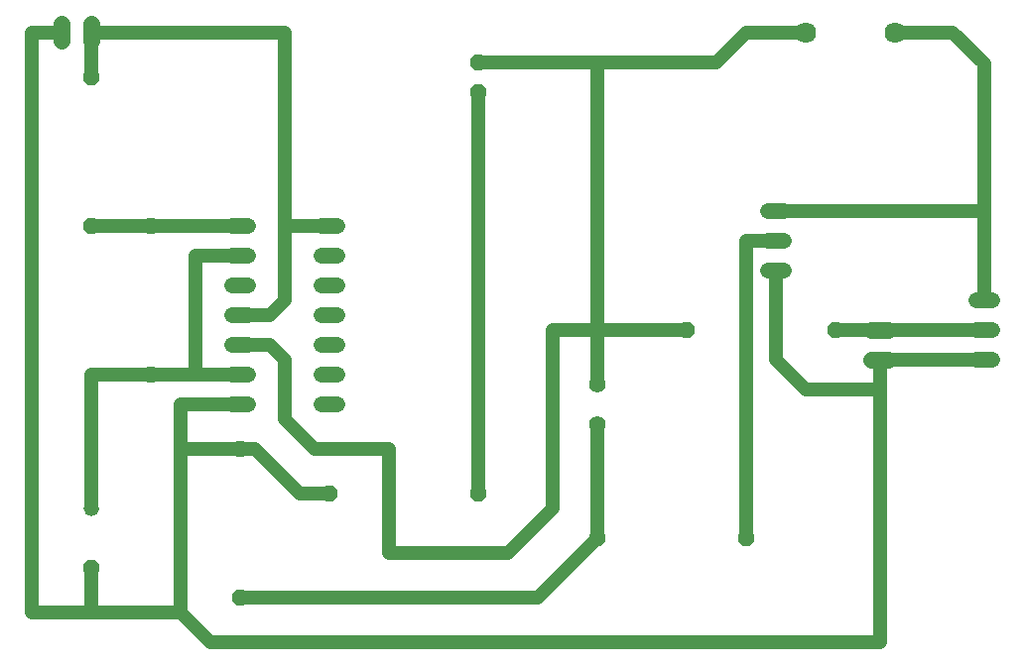
<source format=gbr>
G04 EAGLE Gerber RS-274X export*
G75*
%MOMM*%
%FSLAX34Y34*%
%LPD*%
%AMOC8*
5,1,8,0,0,1.08239X$1,22.5*%
G01*
%ADD10P,1.429621X8X292.500000*%
%ADD11C,1.320800*%
%ADD12C,1.422400*%
%ADD13C,1.320800*%
%ADD14C,1.400000*%
%ADD15P,1.429621X8X112.500000*%
%ADD16P,1.429621X8X22.500000*%
%ADD17P,1.429621X8X202.500000*%
%ADD18C,1.790000*%
%ADD19C,1.219200*%


D10*
X114300Y127000D03*
D11*
X114300Y177800D03*
D12*
X780288Y304800D02*
X794512Y304800D01*
X794512Y330200D02*
X780288Y330200D01*
D13*
X247904Y419100D02*
X234696Y419100D01*
X234696Y393700D02*
X247904Y393700D01*
X247904Y266700D02*
X234696Y266700D01*
X310896Y266700D02*
X324104Y266700D01*
X247904Y368300D02*
X234696Y368300D01*
X234696Y342900D02*
X247904Y342900D01*
X247904Y292100D02*
X234696Y292100D01*
X234696Y317500D02*
X247904Y317500D01*
X310896Y292100D02*
X324104Y292100D01*
X324104Y317500D02*
X310896Y317500D01*
X310896Y342900D02*
X324104Y342900D01*
X324104Y368300D02*
X310896Y368300D01*
X310896Y393700D02*
X324104Y393700D01*
X324104Y419100D02*
X310896Y419100D01*
D14*
X546100Y283700D03*
X546100Y249700D03*
D10*
X444500Y558800D03*
X444500Y533400D03*
D15*
X114300Y419100D03*
X114300Y546100D03*
X165100Y292100D03*
X165100Y419100D03*
D16*
X317500Y190500D03*
X444500Y190500D03*
D10*
X241300Y228600D03*
X241300Y101600D03*
D17*
X673100Y152400D03*
X546100Y152400D03*
X749300Y330200D03*
X622300Y330200D03*
D13*
X869696Y355600D02*
X882904Y355600D01*
X882904Y304800D02*
X869696Y304800D01*
X869696Y330200D02*
X882904Y330200D01*
X705104Y431800D02*
X691896Y431800D01*
X691896Y381000D02*
X705104Y381000D01*
X705104Y406400D02*
X691896Y406400D01*
D12*
X88900Y577088D02*
X88900Y591312D01*
X114300Y591312D02*
X114300Y577088D01*
D18*
X723900Y584200D03*
X800100Y584200D03*
D19*
X266700Y342900D02*
X241300Y342900D01*
X266700Y342900D02*
X279400Y355600D01*
X279400Y419100D01*
X279400Y584200D01*
X114300Y584200D01*
X279400Y419100D02*
X317500Y419100D01*
X114300Y546100D02*
X114300Y584200D01*
X190500Y266700D02*
X241300Y266700D01*
X190500Y266700D02*
X190500Y228600D01*
X241300Y228600D01*
X190500Y228600D02*
X190500Y88900D01*
X292100Y190500D02*
X254000Y228600D01*
X241300Y228600D01*
X88900Y88900D02*
X63500Y88900D01*
X114300Y88900D02*
X190500Y88900D01*
X215900Y63500D01*
X787400Y63500D01*
X787400Y279400D01*
X787400Y304800D01*
X698500Y304800D02*
X698500Y381000D01*
X723900Y279400D02*
X787400Y279400D01*
X723900Y279400D02*
X698500Y304800D01*
X787400Y304800D02*
X876300Y304800D01*
X88900Y584200D02*
X63500Y584200D01*
X63500Y88900D01*
X114300Y88900D02*
X114300Y127000D01*
X292100Y190500D02*
X317500Y190500D01*
X114300Y88900D02*
X88900Y88900D01*
X114300Y419100D02*
X165100Y419100D01*
X241300Y419100D01*
X114300Y292100D02*
X114300Y177800D01*
X114300Y292100D02*
X165100Y292100D01*
X203200Y292100D01*
X241300Y292100D01*
X241300Y393700D02*
X203200Y393700D01*
X203200Y292100D01*
X444500Y190500D02*
X444500Y533400D01*
X546100Y330200D02*
X622300Y330200D01*
X546100Y330200D02*
X546100Y283700D01*
X279400Y304800D02*
X279400Y254000D01*
X368300Y228600D02*
X368300Y139700D01*
X469900Y139700D01*
X508000Y177800D01*
X508000Y330200D01*
X546100Y330200D01*
X546100Y558800D02*
X444500Y558800D01*
X279400Y254000D02*
X304800Y228600D01*
X368300Y228600D01*
X266700Y317500D02*
X241300Y317500D01*
X266700Y317500D02*
X279400Y304800D01*
X546100Y330200D02*
X546100Y558800D01*
X647700Y558800D02*
X673100Y584200D01*
X647700Y558800D02*
X546100Y558800D01*
X673100Y584200D02*
X723900Y584200D01*
X698500Y431800D02*
X876300Y431800D01*
X876300Y355600D01*
X876300Y431800D02*
X876300Y557530D01*
X849630Y584200D02*
X800100Y584200D01*
X849630Y584200D02*
X876300Y557530D01*
X787400Y330200D02*
X749300Y330200D01*
X787400Y330200D02*
X876300Y330200D01*
X495300Y101600D02*
X241300Y101600D01*
X495300Y101600D02*
X546100Y152400D01*
X546100Y249700D01*
X673100Y152400D02*
X673100Y406400D01*
X698500Y406400D01*
M02*

</source>
